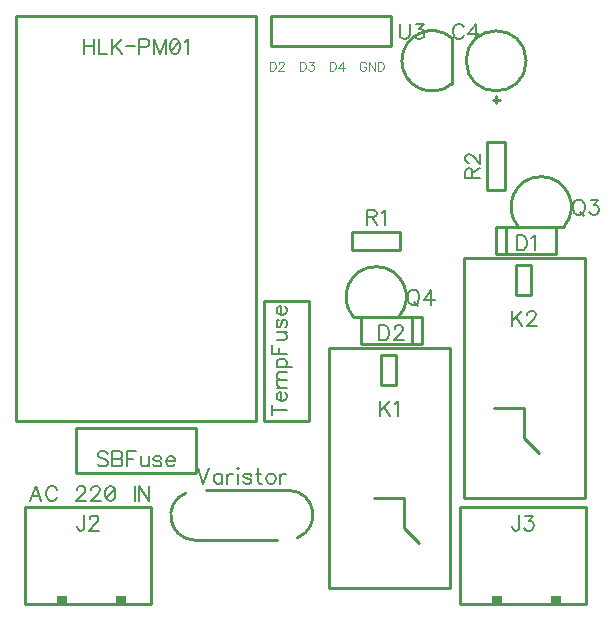
<source format=gbr>
G04 DipTrace 3.0.0.1*
G04 TopSilk.gbr*
%MOIN*%
G04 #@! TF.FileFunction,Legend,Top*
G04 #@! TF.Part,Single*
%ADD10C,0.009843*%
%ADD74C,0.00772*%
%ADD75C,0.004632*%
%FSLAX26Y26*%
G04*
G70*
G90*
G75*
G01*
G04 TopSilk*
%LPD*%
X2005521Y2063820D2*
D10*
X1981881D1*
X1993701Y2052001D2*
Y2075614D1*
X1893701Y2193730D2*
G02X1893701Y2193730I100000J0D01*
G01*
X1992047Y1548425D2*
Y1638976D1*
X2192992D1*
X2025431Y1548425D2*
Y1638976D1*
X2192992Y1548425D2*
Y1638976D1*
X1992047Y1548425D2*
X2192992D1*
X1745354Y1338976D2*
Y1248425D1*
X1544409D1*
X1711970Y1338976D2*
Y1248425D1*
X1544409Y1338976D2*
Y1248425D1*
X1745354Y1338976D2*
X1544409D1*
X1193701Y2343701D2*
Y993701D1*
X393701D1*
Y2343701D1*
X1193701D1*
X810535Y382265D2*
X424803D1*
Y705119D1*
X842126D1*
Y382265D1*
G36*
X727905Y409150D2*
X759580D1*
Y377648D1*
X727905D1*
Y409150D1*
G37*
G36*
X531137D2*
X562770D1*
Y377648D1*
X531137D1*
Y409150D1*
G37*
X802689Y382265D2*
D10*
X842126D1*
X2260535D2*
X1874803D1*
Y705119D1*
X2292126D1*
Y382265D1*
G36*
X2177905Y409150D2*
X2209580D1*
Y377648D1*
X2177905D1*
Y409150D1*
G37*
G36*
X1981137D2*
X2012770D1*
Y377648D1*
X1981137D1*
Y409150D1*
G37*
X2252689Y382265D2*
D10*
X2292126D1*
X1840551Y1237008D2*
X1435039D1*
Y437795D1*
X1840551D1*
Y1237008D1*
X1685037Y637758D2*
Y737740D1*
X1684997Y637838D2*
X1735078Y587807D1*
X1585038Y737820D2*
X1685037D1*
X1660017Y1212792D2*
X1610058D1*
Y1112730D1*
X1660017D1*
Y1212792D1*
X1435039Y987813D2*
Y837881D1*
X2290551Y1537008D2*
X1885039D1*
Y737795D1*
X2290551D1*
Y1537008D1*
X2085038Y937758D2*
Y1037740D1*
X2084997Y937758D2*
X2135078Y887807D1*
X1985039Y1037820D2*
X2085038D1*
X2110017Y1512792D2*
X2060058D1*
Y1412730D1*
X2110017D1*
Y1512792D1*
X1885039Y1287813D2*
Y1137881D1*
X2068080Y1640558D2*
G02X2219321Y1640558I75620J66569D01*
G01*
X2068080D1*
X1518080Y1340558D2*
G02X1669321Y1340558I75620J66569D01*
G01*
X1518080D1*
X1673851Y1563701D2*
Y1623701D1*
X1513551Y1563701D2*
X1673851D1*
X1513551D2*
Y1623701D1*
X1673851D1*
X1963701Y1763551D2*
X2023701D1*
X1963701Y1923851D2*
Y1763551D1*
Y1923851D2*
X2023701D1*
Y1763551D1*
X994031Y818701D2*
X593371D1*
Y968701D2*
Y818701D1*
X994031Y968701D2*
X593371D1*
X994031D2*
Y818701D1*
X1368701Y1394031D2*
Y993371D1*
X1218701D2*
X1368701D1*
X1218701Y1394031D2*
Y993371D1*
Y1394031D2*
X1368701D1*
X1846843Y2118080D2*
G02X1846843Y2269321I-66569J75620D01*
G01*
Y2118080D1*
X988114Y596457D2*
X1264537D1*
X1027589Y761811D2*
X1304012D1*
X1331688Y604328D2*
G03X1304012Y761811I-30360J75838D01*
G01*
X960438Y753940D2*
G03X988114Y596457I30360J-75838D01*
G01*
X1243683Y2343706D2*
X1643718D1*
Y2243701D1*
X1243683D1*
Y2343706D1*
X1885981Y2304980D2*
D74*
X1883605Y2309733D1*
X1878796Y2314541D1*
X1874043Y2316918D1*
X1864481D1*
X1859673Y2314541D1*
X1854920Y2309733D1*
X1852488Y2304980D1*
X1850111Y2297795D1*
Y2285801D1*
X1852488Y2278671D1*
X1854920Y2273863D1*
X1859673Y2269110D1*
X1864481Y2266678D1*
X1874043D1*
X1878796Y2269110D1*
X1883605Y2273863D1*
X1885981Y2278671D1*
X1925352Y2266678D2*
Y2316863D1*
X1901420Y2283425D1*
X1937290D1*
X2062057Y1612199D2*
Y1561959D1*
X2078803D1*
X2085988Y1564391D1*
X2090797Y1569144D1*
X2093173Y1573953D1*
X2095550Y1581083D1*
Y1593076D1*
X2093173Y1600261D1*
X2090797Y1605014D1*
X2085988Y1609823D1*
X2078803Y1612199D1*
X2062057D1*
X2110989Y1602583D2*
X2115798Y1605014D1*
X2122983Y1612144D1*
Y1561959D1*
X1603669Y1312199D2*
Y1261959D1*
X1620416D1*
X1627601Y1264391D1*
X1632409Y1269144D1*
X1634786Y1273953D1*
X1637162Y1281083D1*
Y1293076D1*
X1634786Y1300261D1*
X1632409Y1305014D1*
X1627601Y1309823D1*
X1620416Y1312199D1*
X1603669D1*
X1655033Y1300206D2*
Y1302583D1*
X1657410Y1307391D1*
X1659787Y1309768D1*
X1664595Y1312144D1*
X1674157D1*
X1678910Y1309768D1*
X1681286Y1307391D1*
X1683718Y1302583D1*
Y1297829D1*
X1681286Y1293021D1*
X1676533Y1285891D1*
X1652602Y1261959D1*
X1686095D1*
X619397Y2266924D2*
Y2216684D1*
X652890Y2266924D2*
Y2216684D1*
X619397Y2242992D2*
X652890D1*
X668330Y2266924D2*
Y2216684D1*
X697014D1*
X712454Y2266924D2*
Y2216684D1*
X745947Y2266924D2*
X712454Y2233431D1*
X724392Y2245424D2*
X745947Y2216684D1*
X761386Y2241776D2*
X789021D1*
X804460Y2240616D2*
X826015D1*
X833145Y2242992D1*
X835577Y2245424D1*
X837954Y2250177D1*
Y2257362D1*
X835577Y2262115D1*
X833145Y2264547D1*
X826015Y2266924D1*
X804460D1*
Y2216684D1*
X891639D2*
Y2266924D1*
X872516Y2216684D1*
X853393Y2266924D1*
Y2216684D1*
X921449Y2266869D2*
X914264Y2264492D1*
X909455Y2257307D1*
X907079Y2245369D1*
Y2238184D1*
X909455Y2226245D1*
X914264Y2219060D1*
X921449Y2216684D1*
X926202D1*
X933387Y2219060D1*
X938140Y2226245D1*
X940572Y2238184D1*
Y2245369D1*
X938140Y2257307D1*
X933387Y2264492D1*
X926202Y2266869D1*
X921449D1*
X938140Y2257307D2*
X909455Y2226245D1*
X956011Y2257307D2*
X960820Y2259739D1*
X968005Y2266869D1*
Y2216684D1*
X620964Y678342D2*
Y640095D1*
X618588Y632910D1*
X616156Y630534D1*
X611402Y628102D1*
X606594D1*
X601841Y630534D1*
X599464Y632910D1*
X597032Y640095D1*
Y644849D1*
X638835Y666348D2*
Y668725D1*
X641212Y673533D1*
X643588Y675910D1*
X648397Y678287D1*
X657958D1*
X662712Y675910D1*
X665088Y673533D1*
X667520Y668725D1*
Y663972D1*
X665088Y659163D1*
X660335Y652034D1*
X636403Y628102D1*
X669897D1*
X2070964Y678342D2*
Y640095D1*
X2068588Y632910D1*
X2066156Y630534D1*
X2061402Y628102D1*
X2056594D1*
X2051841Y630534D1*
X2049464Y632910D1*
X2047032Y640095D1*
Y644849D1*
X2091212Y678287D2*
X2117465D1*
X2103150Y659163D1*
X2110335D1*
X2115088Y656787D1*
X2117465Y654410D1*
X2119897Y647225D1*
Y642472D1*
X2117465Y635287D1*
X2112712Y630478D1*
X2105527Y628102D1*
X2098342D1*
X2091212Y630478D1*
X2088835Y632910D1*
X2086403Y637663D1*
X1607332Y1060231D2*
Y1009991D1*
X1640826Y1060231D2*
X1607332Y1026738D1*
X1619270Y1038731D2*
X1640826Y1009991D1*
X1656265Y1050614D2*
X1661073Y1053046D1*
X1668258Y1060176D1*
Y1009991D1*
X2046582Y1360231D2*
Y1309991D1*
X2080076Y1360231D2*
X2046582Y1326738D1*
X2058521Y1338731D2*
X2080076Y1309991D1*
X2097947Y1348237D2*
Y1350614D1*
X2100323Y1355423D1*
X2102700Y1357799D1*
X2107508Y1360176D1*
X2117070D1*
X2121823Y1357799D1*
X2124200Y1355423D1*
X2126632Y1350614D1*
Y1345861D1*
X2124200Y1341052D1*
X2119447Y1333923D1*
X2095515Y1309991D1*
X2129008D1*
X2264454Y1731098D2*
X2259701Y1728776D1*
X2254892Y1723968D1*
X2252515Y1719160D1*
X2250084Y1711974D1*
Y1700036D1*
X2252515Y1692851D1*
X2254892Y1688098D1*
X2259701Y1683290D1*
X2264454Y1680913D1*
X2274015D1*
X2278824Y1683290D1*
X2283577Y1688098D1*
X2285954Y1692851D1*
X2288385Y1700036D1*
Y1711974D1*
X2285954Y1719160D1*
X2283577Y1723968D1*
X2278824Y1728776D1*
X2274015Y1731098D1*
X2264454D1*
X2271639Y1690475D2*
X2285954Y1676105D1*
X2308633Y1731042D2*
X2334886D1*
X2320571Y1711919D1*
X2327756D1*
X2332510Y1709543D1*
X2334886Y1707166D1*
X2337318Y1699981D1*
Y1695228D1*
X2334886Y1688043D1*
X2330133Y1683234D1*
X2322948Y1680858D1*
X2315763D1*
X2308633Y1683234D1*
X2306256Y1685666D1*
X2303825Y1690419D1*
X1713265Y1431098D2*
X1708512Y1428776D1*
X1703704Y1423968D1*
X1701327Y1419160D1*
X1698895Y1411974D1*
Y1400036D1*
X1701327Y1392851D1*
X1703704Y1388098D1*
X1708512Y1383290D1*
X1713265Y1380913D1*
X1722827D1*
X1727635Y1383290D1*
X1732389Y1388098D1*
X1734765Y1392851D1*
X1737197Y1400036D1*
Y1411974D1*
X1734765Y1419160D1*
X1732389Y1423968D1*
X1727635Y1428776D1*
X1722827Y1431098D1*
X1713265D1*
X1720450Y1390475D2*
X1734765Y1376105D1*
X1776568Y1380858D2*
Y1431042D1*
X1752636Y1397604D1*
X1788506D1*
X1563238Y1672992D2*
X1584738D1*
X1591923Y1675424D1*
X1594354Y1677801D1*
X1596731Y1682554D1*
Y1687362D1*
X1594354Y1692115D1*
X1591923Y1694547D1*
X1584738Y1696924D1*
X1563238D1*
Y1646684D1*
X1579984Y1672992D2*
X1596731Y1646684D1*
X1612170Y1687307D2*
X1616979Y1689739D1*
X1624164Y1696869D1*
Y1646684D1*
X1914409Y1802488D2*
Y1823988D1*
X1911978Y1831173D1*
X1909601Y1833605D1*
X1904848Y1835981D1*
X1900039D1*
X1895286Y1833605D1*
X1892854Y1831173D1*
X1890478Y1823988D1*
Y1802488D1*
X1940718D1*
X1914409Y1819235D2*
X1940718Y1835981D1*
X1902471Y1853852D2*
X1900095D1*
X1895286Y1856229D1*
X1892910Y1858606D1*
X1890533Y1863414D1*
Y1872976D1*
X1892910Y1877729D1*
X1895286Y1880105D1*
X1900095Y1882537D1*
X1904848D1*
X1909656Y1880105D1*
X1916786Y1875352D1*
X1940718Y1851420D1*
Y1884914D1*
X698894Y884739D2*
X694140Y889547D1*
X686955Y891924D1*
X677394D1*
X670209Y889547D1*
X665400Y884739D1*
Y879986D1*
X667832Y875177D1*
X670209Y872801D1*
X674962Y870424D1*
X689332Y865616D1*
X694140Y863239D1*
X696517Y860807D1*
X698894Y856054D1*
Y848869D1*
X694140Y844116D1*
X686955Y841684D1*
X677394D1*
X670209Y844116D1*
X665400Y848869D1*
X714333Y891924D2*
Y841684D1*
X735888D1*
X743073Y844116D1*
X745450Y846492D1*
X747826Y851245D1*
Y858431D1*
X745450Y863239D1*
X743073Y865616D1*
X735888Y867992D1*
X743073Y870424D1*
X745450Y872801D1*
X747826Y877554D1*
Y882362D1*
X745450Y887115D1*
X743073Y889547D1*
X735888Y891924D1*
X714333D1*
Y867992D2*
X735888D1*
X794382Y891924D2*
X763265D1*
Y841684D1*
Y867992D2*
X782389D1*
X809821Y875177D2*
Y851245D1*
X812198Y844116D1*
X817006Y841684D1*
X824191D1*
X828945Y844116D1*
X836130Y851245D1*
Y875177D2*
Y841684D1*
X877877Y867992D2*
X875501Y872801D1*
X868316Y875177D1*
X861131D1*
X853946Y872801D1*
X851569Y867992D1*
X853946Y863239D1*
X858754Y860807D1*
X870692Y858431D1*
X875501Y856054D1*
X877877Y851245D1*
Y848869D1*
X875501Y844116D1*
X868316Y841684D1*
X861131D1*
X853946Y844116D1*
X851569Y848869D1*
X893316Y860807D2*
X922001D1*
Y865616D1*
X919625Y870424D1*
X917248Y872801D1*
X912440Y875177D1*
X905255D1*
X900502Y872801D1*
X895693Y867992D1*
X893316Y860807D1*
Y856054D1*
X895693Y848869D1*
X900502Y844116D1*
X905255Y841684D1*
X912440D1*
X917248Y844116D1*
X922001Y848869D1*
X1245478Y1028406D2*
X1295718D1*
X1245478Y1011659D2*
Y1045153D1*
X1276595Y1060592D2*
Y1089277D1*
X1271786D1*
X1266978Y1086900D1*
X1264601Y1084524D1*
X1262224Y1079715D1*
Y1072530D1*
X1264601Y1067777D1*
X1269409Y1062968D1*
X1276595Y1060592D1*
X1281348D1*
X1288533Y1062968D1*
X1293286Y1067777D1*
X1295718Y1072530D1*
Y1079715D1*
X1293286Y1084523D1*
X1288533Y1089277D1*
X1262224Y1104716D2*
X1295718D1*
X1271786D2*
X1264601Y1111901D1*
X1262224Y1116709D1*
Y1123839D1*
X1264601Y1128648D1*
X1271786Y1131024D1*
X1295718D1*
X1271786D2*
X1264601Y1138209D1*
X1262224Y1143018D1*
Y1150147D1*
X1264601Y1154956D1*
X1271786Y1157388D1*
X1295718D1*
X1262224Y1172827D2*
X1312464D1*
X1269409D2*
X1264656Y1177635D1*
X1262224Y1182389D1*
Y1189574D1*
X1264656Y1194382D1*
X1269409Y1199135D1*
X1276594Y1201567D1*
X1281403D1*
X1288533Y1199135D1*
X1293341Y1194382D1*
X1295718Y1189574D1*
Y1182389D1*
X1293341Y1177635D1*
X1288533Y1172827D1*
X1245478Y1248123D2*
Y1217006D1*
X1295718D1*
X1269409D2*
Y1236130D1*
X1262224Y1263562D2*
X1286156D1*
X1293286Y1265939D1*
X1295718Y1270747D1*
Y1277932D1*
X1293286Y1282686D1*
X1286156Y1289871D1*
X1262224D2*
X1295718D1*
X1269409Y1331618D2*
X1264601Y1329242D1*
X1262224Y1322057D1*
Y1314872D1*
X1264601Y1307687D1*
X1269409Y1305310D1*
X1274163Y1307687D1*
X1276594Y1312495D1*
X1278971Y1324433D1*
X1281348Y1329242D1*
X1286156Y1331618D1*
X1288533D1*
X1293286Y1329242D1*
X1295718Y1322057D1*
Y1314872D1*
X1293286Y1307687D1*
X1288533Y1305310D1*
X1276594Y1347058D2*
Y1375742D1*
X1271786D1*
X1266978Y1373366D1*
X1264601Y1370989D1*
X1262224Y1366181D1*
Y1358996D1*
X1264601Y1354243D1*
X1269409Y1349434D1*
X1276594Y1347058D1*
X1281348D1*
X1288533Y1349434D1*
X1293286Y1354243D1*
X1295718Y1358996D1*
Y1366181D1*
X1293286Y1370989D1*
X1288533Y1375742D1*
X1671972Y2317671D2*
Y2281801D1*
X1674349Y2274616D1*
X1679157Y2269863D1*
X1686342Y2267431D1*
X1691095D1*
X1698280Y2269863D1*
X1703089Y2274616D1*
X1705465Y2281801D1*
Y2317671D1*
X1725713Y2317615D2*
X1751966D1*
X1737651Y2298492D1*
X1744836D1*
X1749590Y2296116D1*
X1751966Y2293739D1*
X1754398Y2286554D1*
Y2281801D1*
X1751966Y2274616D1*
X1747213Y2269807D1*
X1740028Y2267431D1*
X1732843D1*
X1725713Y2269807D1*
X1723337Y2272239D1*
X1720905Y2276992D1*
X998703Y835034D2*
X1017826Y784794D1*
X1036950Y835034D1*
X1081074Y818287D2*
Y784794D1*
Y811102D2*
X1076320Y815911D1*
X1071512Y818287D1*
X1064382D1*
X1059574Y815911D1*
X1054821Y811102D1*
X1052389Y803917D1*
Y799164D1*
X1054821Y791979D1*
X1059574Y787226D1*
X1064382Y784794D1*
X1071512D1*
X1076320Y787226D1*
X1081074Y791979D1*
X1096513Y818287D2*
Y784794D1*
Y803917D2*
X1098945Y811102D1*
X1103698Y815911D1*
X1108506Y818287D1*
X1115691D1*
X1131131Y835034D2*
X1133507Y832658D1*
X1135939Y835034D1*
X1133507Y837466D1*
X1131131Y835034D1*
X1133507Y818287D2*
Y784794D1*
X1177687Y811102D2*
X1175310Y815911D1*
X1168125Y818287D1*
X1160940D1*
X1153755Y815911D1*
X1151378Y811102D1*
X1153755Y806349D1*
X1158563Y803917D1*
X1170502Y801541D1*
X1175310Y799164D1*
X1177687Y794356D1*
Y791979D1*
X1175310Y787226D1*
X1168125Y784794D1*
X1160940D1*
X1153755Y787226D1*
X1151378Y791979D1*
X1200311Y835034D2*
Y794356D1*
X1202688Y787226D1*
X1207496Y784794D1*
X1212249D1*
X1193126Y818287D2*
X1209873D1*
X1239627D2*
X1234873Y815911D1*
X1230065Y811102D1*
X1227688Y803917D1*
Y799164D1*
X1230065Y791979D1*
X1234873Y787226D1*
X1239627Y784794D1*
X1246812D1*
X1251620Y787226D1*
X1256373Y791979D1*
X1258805Y799164D1*
Y803917D1*
X1256373Y811102D1*
X1251620Y815911D1*
X1246812Y818287D1*
X1239627D1*
X1274244D2*
Y784794D1*
Y803917D2*
X1276676Y811102D1*
X1281429Y815911D1*
X1286238Y818287D1*
X1293423D1*
X478143Y726502D2*
X458965Y776742D1*
X439841Y726502D1*
X447026Y743249D2*
X470958D1*
X529452Y764804D2*
X527076Y769557D1*
X522267Y774366D1*
X517514Y776742D1*
X507953D1*
X503144Y774366D1*
X498391Y769557D1*
X495959Y764804D1*
X493582Y757619D1*
Y745625D1*
X495959Y738496D1*
X498391Y733687D1*
X503144Y728934D1*
X507953Y726502D1*
X517514D1*
X522267Y728934D1*
X527076Y733687D1*
X529452Y738496D1*
X595924Y764749D2*
Y767125D1*
X598301Y771934D1*
X600678Y774310D1*
X605486Y776687D1*
X615048D1*
X619801Y774310D1*
X622178Y771934D1*
X624609Y767125D1*
Y762372D1*
X622178Y757564D1*
X617424Y750434D1*
X593493Y726502D1*
X626986D1*
X644857Y764749D2*
Y767125D1*
X647234Y771934D1*
X649610Y774310D1*
X654419Y776687D1*
X663980D1*
X668733Y774310D1*
X671110Y771934D1*
X673542Y767125D1*
Y762372D1*
X671110Y757564D1*
X666357Y750434D1*
X642425Y726502D1*
X675919D1*
X705728Y776687D2*
X698543Y774310D1*
X693734Y767125D1*
X691358Y755187D1*
Y748002D1*
X693734Y736064D1*
X698543Y728879D1*
X705728Y726502D1*
X710481D1*
X717666Y728879D1*
X722419Y736064D1*
X724851Y748002D1*
Y755187D1*
X722419Y767125D1*
X717666Y774310D1*
X710481Y776687D1*
X705728D1*
X722419Y767125D2*
X693734Y736064D1*
X788891Y776742D2*
Y726502D1*
X837824Y776742D2*
Y726502D1*
X804331Y776742D1*
Y726502D1*
X1238298Y2191245D2*
D75*
Y2161101D1*
X1248346D1*
X1252657Y2162560D1*
X1255542Y2165412D1*
X1256968Y2168297D1*
X1258394Y2172575D1*
Y2179771D1*
X1256968Y2184082D1*
X1255542Y2186934D1*
X1252657Y2189819D1*
X1248346Y2191245D1*
X1238298D1*
X1269116Y2184049D2*
Y2185475D1*
X1270542Y2188360D1*
X1271968Y2189786D1*
X1274853Y2191212D1*
X1280590D1*
X1283442Y2189786D1*
X1284868Y2188360D1*
X1286327Y2185475D1*
Y2182623D1*
X1284868Y2179738D1*
X1282016Y2175460D1*
X1267657Y2161101D1*
X1287753D1*
X1338298Y2191245D2*
Y2161101D1*
X1348346D1*
X1352657Y2162560D1*
X1355542Y2165412D1*
X1356968Y2168297D1*
X1358394Y2172575D1*
Y2179771D1*
X1356968Y2184082D1*
X1355542Y2186934D1*
X1352657Y2189819D1*
X1348346Y2191245D1*
X1338298D1*
X1370542Y2191212D2*
X1386294D1*
X1377705Y2179738D1*
X1382016D1*
X1384868Y2178312D1*
X1386294Y2176886D1*
X1387753Y2172575D1*
Y2169723D1*
X1386294Y2165412D1*
X1383442Y2162527D1*
X1379131Y2161101D1*
X1374820D1*
X1370542Y2162527D1*
X1369116Y2163986D1*
X1367657Y2166838D1*
X1438298Y2191245D2*
Y2161101D1*
X1448346D1*
X1452657Y2162560D1*
X1455542Y2165412D1*
X1456968Y2168297D1*
X1458394Y2172575D1*
Y2179771D1*
X1456968Y2184082D1*
X1455542Y2186934D1*
X1452657Y2189819D1*
X1448346Y2191245D1*
X1438298D1*
X1482016Y2161101D2*
Y2191212D1*
X1467657Y2171149D1*
X1489179D1*
X1559819Y2184082D2*
X1558394Y2186934D1*
X1555508Y2189819D1*
X1552657Y2191245D1*
X1546920D1*
X1544034Y2189819D1*
X1541183Y2186934D1*
X1539723Y2184082D1*
X1538298Y2179771D1*
Y2172575D1*
X1539723Y2168297D1*
X1541183Y2165412D1*
X1544034Y2162560D1*
X1546920Y2161101D1*
X1552657D1*
X1555508Y2162560D1*
X1558394Y2165412D1*
X1559819Y2168297D1*
Y2172575D1*
X1552657D1*
X1589179Y2191245D2*
Y2161101D1*
X1569083Y2191245D1*
Y2161101D1*
X1598443Y2191245D2*
Y2161101D1*
X1608491D1*
X1612802Y2162560D1*
X1615687Y2165412D1*
X1617113Y2168297D1*
X1618539Y2172575D1*
Y2179771D1*
X1617113Y2184082D1*
X1615687Y2186934D1*
X1612802Y2189819D1*
X1608491Y2191245D1*
X1598443D1*
M02*

</source>
